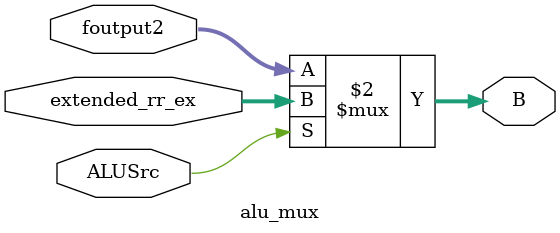
<source format=v>
`timescale 1ns / 1ps
module alu_mux(input [31:0] foutput2,
               input [31:0] extended_rr_ex,
               input ALUSrc,
               output reg [31:0] B);

always@(*)
begin
  B<=ALUSrc?extended_rr_ex:foutput2;
end            
endmodule

</source>
